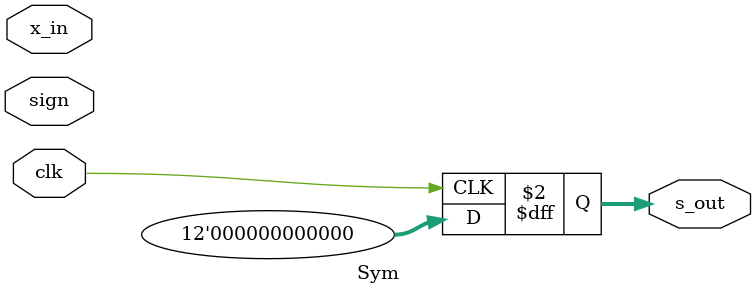
<source format=v>
module Sym #(
    parameter M = 4,                     // 输入整数位，最高位为符号位
    parameter N = 8,                     // 输入小数位
    parameter FUNC_TYPE = 0             // 0/1/2，选择功能类型(0,1,x)
)(
    input wire clk,
    input wire signed [M+N-1:0] x_in,    // 输入定点数（signed）
    input wire sign,                     // 输入符号位
    output reg signed [M+N-1:0] s_out    // 输出定点数（绝对值或其他）
);

always @(posedge clk) begin
    case (FUNC_TYPE)
        0: s_out <= 0;
        1: s_out <= (sign == 0) ? 0 : (1 << N);
        2: s_out <= (sign == 0) ? 0 : x_in;
        default: s_out <= 0;
    endcase
end

endmodule

</source>
